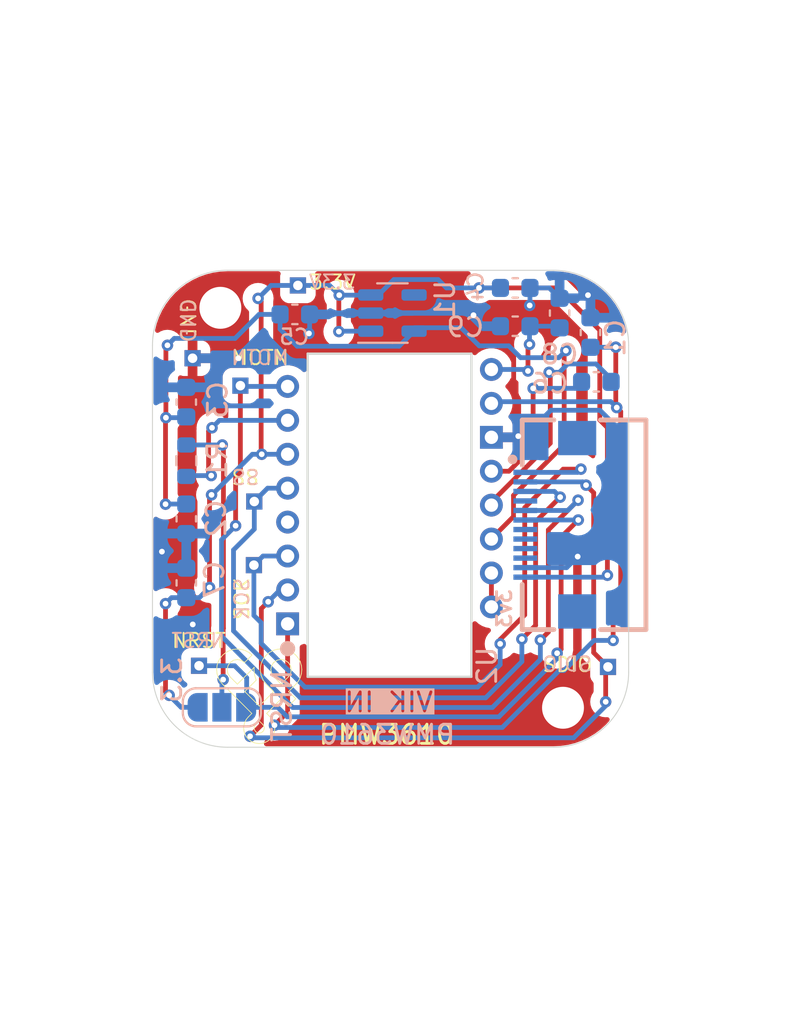
<source format=kicad_pcb>
(kicad_pcb (version 20221018) (generator pcbnew)
  (layers (0 "F.Cu" signal) (31 "B.Cu" signal) (34 "B.Paste" user) (35 "F.Paste" user) (36 "B.SilkS" user "B.Silkscreen") (37 "F.SilkS" user "F.Silkscreen") (38 "B.Mask" user) (39 "F.Mask" user) (44 "Edge.Cuts" user))
  (net 0 "")
  (net 1 "GND")
  (net 2 "Net-(U2-+VCSEL)")
  (net 3 "VDD_1V9")
  (net 4 "VDD_3.3V")
  (net 5 "Net-(U2-CN)")
  (net 6 "Net-(U2-CP)")
  (net 7 "Net-(U2-VCP)")
  (net 9 "SDIO")
  (net 10 "SCLK")
  (net 11 "MOTION")
  (net 12 "NCS")
  (net 14 "NRESET")
  (net 15 "Net-(JP1-C)")
  (net 16 "Net-(U2-NRESET)")
  (net 19 "Net-(U2--VCSEL)")
  (footprint "MountingHole:MountingHole_2.2mm_M2_ISO7380" (layer "F.Cu") (at 165.896806 109.253999 90)
    (fp_text reference "REF**" hide)
    (fp_text value "MountingHole_2.2mm_M2_ISO7380")
    (pad "" np_thru_hole circle (at 0 0 90) (size 2.2 2.2) (drill 2.2) (layers "F&B.Cu" "*.Mask"))
  )
  (footprint "local:PinHeader_1x01_P1.00mm_NoSilk" (layer "F.Cu") (at 149.668 101.77)
    (fp_text reference "J3" hide)
    (fp_text value "Conn_01x01_Socket" hide)
    (pad "1" thru_hole rect (at 0 0) (size 0.85 0.85) (drill 0.5) (layers "*.Cu" "*.Mask") (net 10 "SCLK"))
  )
  (footprint "MountingHole:MountingHole_2.2mm_M2_ISO7380" (layer "F.Cu") (at 147.906806 88.263999)
    (fp_text reference "REF**" hide)
    (fp_text value "MountingHole_2.2mm_M2_ISO7380" hide)
    (pad "" np_thru_hole circle (at 0 0) (size 2.2 2.2) (drill 2.2) (layers "F&B.Cu" "*.Mask"))
  )
  (footprint "local:PinHeader_1x01_P1.00mm_NoSilk" (layer "F.Cu") (at 168.258 107.11)
    (fp_text reference "J2" hide)
    (fp_text value "Conn_01x01_Socket" hide)
    (pad "1" thru_hole rect (at 0 0) (size 0.85 0.85) (drill 0.5) (layers "*.Cu" "*.Mask") (net 9 "SDIO"))
  )
  (footprint "local:PinHeader_1x01_P1.00mm_NoSilk" (layer "F.Cu") (at 148.958 92.35)
    (fp_text reference "J5" hide)
    (fp_text value "Conn_01x01_Socket" hide)
    (pad "1" thru_hole rect (at 0 0) (size 0.85 0.85) (drill 0.5) (layers "*.Cu" "*.Mask") (net 11 "MOTION"))
  )
  (footprint "local:PinHeader_1x01_P1.00mm_NoSilk" (layer "F.Cu") (at 146.448 90.91)
    (fp_text reference "J1" hide)
    (fp_text value "Conn_01x01_Socket" hide)
    (pad "1" thru_hole rect (at 0 0) (size 0.85 0.85) (drill 0.5) (layers "*.Cu" "*.Mask") (net 1 "GND"))
  )
  (footprint "local:PinHeader_1x01_P1.00mm_NoSilk" (layer "F.Cu") (at 146.788 107.05)
    (fp_text reference "J8" hide)
    (fp_text value "Conn_01x01_Socket" hide)
    (pad "1" thru_hole rect (at 0 0) (size 0.85 0.85) (drill 0.5) (layers "*.Cu" "*.Mask") (net 14 "NRESET"))
  )
  (footprint "local:fingerpunch-logo-small" (layer "F.Cu") (at 149.948 108.45)
    (fp_text reference "REF**")
    (fp_text value "fingerpunch-logo-small")
  )
  (footprint "local:PinHeader_1x01_P1.00mm_NoSilk" (layer "F.Cu") (at 149.688 98.43)
    (fp_text reference "J6" hide)
    (fp_text value "Conn_01x01_Socket" hide)
    (pad "1" thru_hole rect (at 0 0) (size 0.85 0.85) (drill 0.5) (layers "*.Cu" "*.Mask") (net 12 "NCS"))
  )
  (footprint "local:PinHeader_1x01_P1.00mm_NoSilk" (layer "F.Cu") (at 151.978 87.09)
    (fp_text reference "J7" hide)
    (fp_text value "Conn_01x01_Socket" hide)
    (pad "1" thru_hole rect (at 0 0) (size 0.85 0.85) (drill 0.5) (layers "*.Cu" "*.Mask") (net 4 "VDD_3.3V"))
  )
  (footprint "Package_TO_SOT_SMD:SOT-23-5" (layer "B.Cu") (at 156.9405 88.54)
    (fp_text reference "U1" (at 2.7625 -0.72 90) (layer "B.SilkS") (effects (justify mirror)))
    (fp_text value "TCR2EF19")
    (pad "1" smd roundrect (at -1.1375 0.95) (size 1.325 0.6) (layers "B.Cu" "B.Paste" "B.Mask") (net 4 "VDD_3.3V"))
    (pad "2" smd roundrect (at -1.1375 0) (size 1.325 0.6) (layers "B.Cu" "B.Paste" "B.Mask") (net 1 "GND"))
    (pad "3" smd roundrect (at -1.1375 -0.95) (size 1.325 0.6) (layers "B.Cu" "B.Paste" "B.Mask") (net 4 "VDD_3.3V"))
    (pad "4" smd roundrect (at 1.1375 -0.95) (size 1.325 0.6) (layers "B.Cu" "B.Paste" "B.Mask"))
    (pad "5" smd roundrect (at 1.1375 0.95) (size 1.325 0.6) (layers "B.Cu" "B.Paste" "B.Mask") (net 3 "VDD_1V9"))
  )
  (footprint "Capacitor_SMD:C_0603_1608Metric" (layer "B.Cu") (at 146.117194 93.212271 90)
    (fp_text reference "C3" (at 0.112271 1.650806 90) (layer "B.SilkS") (effects (justify mirror)))
    (fp_text value "4.7uF")
    (pad "1" smd roundrect (at -0.775 0 90) (size 0.9 0.95) (layers "B.Cu" "B.Paste" "B.Mask") (net 3 "VDD_1V9"))
    (pad "2" smd roundrect (at 0.775 0 90) (size 0.9 0.95) (layers "B.Cu" "B.Paste" "B.Mask") (net 1 "GND"))
  )
  (footprint "Capacitor_SMD:C_0603_1608Metric" (layer "B.Cu") (at 146.117194 99.337271 -90)
    (fp_text reference "C2" (at -0.017271 -1.570806 90) (layer "B.SilkS") (effects (justify mirror)))
    (fp_text value "4.7uF")
    (pad "1" smd roundrect (at -0.775 0 270) (size 0.9 0.95) (layers "B.Cu" "B.Paste" "B.Mask") (net 3 "VDD_1V9"))
    (pad "2" smd roundrect (at 0.775 0 270) (size 0.9 0.95) (layers "B.Cu" "B.Paste" "B.Mask") (net 1 "GND"))
  )
  (footprint "Capacitor_SMD:C_0603_1608Metric" (layer "B.Cu") (at 146.118 102.7 90)
    (fp_text reference "C7" (at 0.17 1.48 90) (layer "B.SilkS") (effects (justify mirror)))
    (fp_text value "4.7uF")
    (pad "1" smd roundrect (at -0.775 0 90) (size 0.9 0.95) (layers "B.Cu" "B.Paste" "B.Mask") (net 4 "VDD_3.3V"))
    (pad "2" smd roundrect (at 0.775 0 90) (size 0.9 0.95) (layers "B.Cu" "B.Paste" "B.Mask") (net 1 "GND"))
  )
  (footprint "local:PMW3610" (layer "B.Cu") (at 151.438 104.85)
    (fp_text reference "U2" (at 10.47 2.21 90) (layer "B.SilkS") (effects (justify mirror)))
    (fp_text value "PMW3610")
    (fp_line (start 1.05 -14.18) (end 9.65 -14.18) (stroke (width 0.12)) (layer "Edge.Cuts"))
    (fp_line (start 1.05 2.78) (end 1.05 -14.18) (stroke (width 0.12)) (layer "Edge.Cuts"))
    (fp_line (start 1.05 2.78) (end 9.65 2.78) (stroke (width 0.12)) (layer "Edge.Cuts"))
    (fp_line (start 9.65 2.78) (end 9.65 -14.18) (stroke (width 0.12)) (layer "Edge.Cuts"))
    (pad "1" thru_hole rect (at 0 0) (size 1.2 1.2) (drill 0.7) (layers "*.Cu" "*.Mask") (net 2 "Net-(U2-+VCSEL)"))
    (pad "2" thru_hole circle (at 0 -1.78) (size 1.2 1.2) (drill 0.7) (layers "*.Cu" "*.Mask") (net 9 "SDIO"))
    (pad "3" thru_hole circle (at 0 -3.56) (size 1.2 1.2) (drill 0.7) (layers "*.Cu" "*.Mask") (net 10 "SCLK"))
    (pad "4" thru_hole circle (at 0 -5.34) (size 1.2 1.2) (drill 0.7) (layers "*.Cu" "*.Mask"))
    (pad "5" thru_hole circle (at 0 -7.12) (size 1.2 1.2) (drill 0.7) (layers "*.Cu" "*.Mask") (net 12 "NCS"))
    (pad "6" thru_hole circle (at 0 -8.9) (size 1.2 1.2) (drill 0.7) (layers "*.Cu" "*.Mask") (net 4 "VDD_3.3V"))
    (pad "7" thru_hole circle (at 0 -10.68) (size 1.2 1.2) (drill 0.7) (layers "*.Cu" "*.Mask") (net 16 "Net-(U2-NRESET)"))
    (pad "8" thru_hole circle (at 0 -12.46) (size 1.2 1.2) (drill 0.7) (layers "*.Cu" "*.Mask") (net 11 "MOTION"))
    (pad "9" thru_hole circle (at 10.7 -13.35) (size 1.2 1.2) (drill 0.7) (layers "*.Cu" "*.Mask") (net 7 "Net-(U2-VCP)"))
    (pad "10" thru_hole circle (at 10.7 -11.57) (size 1.2 1.2) (drill 0.7) (layers "*.Cu" "*.Mask") (net 2 "Net-(U2-+VCSEL)"))
    (pad "11" thru_hole rect (at 10.7 -9.79) (size 1.2 1.2) (drill 0.7) (layers "*.Cu" "*.Mask") (net 1 "GND"))
    (pad "12" thru_hole circle (at 10.7 -8.01) (size 1.2 1.2) (drill 0.7) (layers "*.Cu" "*.Mask") (net 6 "Net-(U2-CP)"))
    (pad "13" thru_hole circle (at 10.7 -6.23) (size 1.2 1.2) (drill 0.7) (layers "*.Cu" "*.Mask") (net 5 "Net-(U2-CN)"))
    (pad "14" thru_hole circle (at 10.7 -4.45) (size 1.2 1.2) (drill 0.7) (layers "*.Cu" "*.Mask") (net 3 "VDD_1V9"))
    (pad "15" thru_hole circle (at 10.7 -2.67) (size 1.2 1.2) (drill 0.7) (layers "*.Cu" "*.Mask") (net 19 "Net-(U2--VCSEL)"))
    (pad "16" thru_hole circle (at 10.7 -0.89) (size 1.2 1.2) (drill 0.7) (layers "*.Cu" "*.Mask") (net 19 "Net-(U2--VCSEL)"))
  )
  (footprint "Capacitor_SMD:C_0603_1608Metric" (layer "B.Cu") (at 167.338 89.56 90)
    (fp_text reference "C1" (at -0.28 1.31 270) (layer "B.SilkS") (effects (justify mirror)))
    (fp_text value "4.7uF")
    (pad "1" smd roundrect (at -0.775 0 90) (size 0.9 0.95) (layers "B.Cu" "B.Paste" "B.Mask") (net 2 "Net-(U2-+VCSEL)"))
    (pad "2" smd roundrect (at 0.775 0 90) (size 0.9 0.95) (layers "B.Cu" "B.Paste" "B.Mask") (net 1 "GND"))
  )
  (footprint "Capacitor_SMD:C_0603_1608Metric" (layer "B.Cu") (at 165.718 88.54 90)
    (fp_text reference "C8" (at -2.17 0 180) (layer "B.SilkS") (effects (justify mirror)))
    (fp_text value "4.7uF")
    (pad "1" smd roundrect (at -0.775 0 90) (size 0.9 0.95) (layers "B.Cu" "B.Paste" "B.Mask") (net 7 "Net-(U2-VCP)"))
    (pad "2" smd roundrect (at 0.775 0 90) (size 0.9 0.95) (layers "B.Cu" "B.Paste" "B.Mask") (net 1 "GND"))
  )
  (footprint "vik:vik-module-connector-horizontal" (layer "B.Cu") (at 165.956 99.65 -90)
    (fp_text reference "J4" hide)
    (fp_text value "~")
    (fp_text user "3v3" (at 3.3 2.7 90 unlocked) (layer "B.SilkS") (effects (font (size 0.75 0.75)) (justify left bottom mirror)))
    (fp_text user "VIK IN" (at 9.9 6.8 unlocked) (layer "B.SilkS" knockout) (effects (justify left bottom mirror)))
    (pad "1" smd rect (at -2.75 2.038 270) (size 0.28 1.25) (layers "B.Cu" "B.Paste" "B.Mask") (net 10 "SCLK"))
    (pad "2" smd rect (at -2.25 2.038 270) (size 0.28 1.25) (layers "B.Cu" "B.Paste" "B.Mask") (net 9 "SDIO"))
    (pad "3" smd rect (at -1.75 2.038 270) (size 0.28 1.25) (layers "B.Cu" "B.Paste" "B.Mask") (net 12 "NCS"))
    (pad "4" smd rect (at -1.25 2.038 270) (size 0.28 1.25) (layers "B.Cu" "B.Paste" "B.Mask"))
    (pad "5" smd rect (at -0.75 2.038 270) (size 0.28 1.25) (layers "B.Cu" "B.Paste" "B.Mask") (net 11 "MOTION"))
    (pad "6" smd rect (at -0.25 2.038 270) (size 0.28 1.25) (layers "B.Cu" "B.Paste" "B.Mask") (net 14 "NRESET"))
    (pad "7" smd rect (at 0.25 2.038 270) (size 0.28 1.25) (layers "B.Cu" "B.Paste" "B.Mask"))
    (pad "8" smd rect (at 0.75 2.038 270) (size 0.28 1.25) (layers "B.Cu" "B.Paste" "B.Mask"))
    (pad "9" smd rect (at 1.25 2.038 270) (size 0.28 1.25) (layers "B.Cu" "B.Paste" "B.Mask"))
    (pad "10" smd rect (at 1.75 2.038 270) (size 0.28 1.25) (layers "B.Cu" "B.Paste" "B.Mask"))
    (pad "11" smd rect (at 2.25 2.038 270) (size 0.28 1.25) (layers "B.Cu" "B.Paste" "B.Mask") (net 1 "GND"))
    (pad "12" smd rect (at 2.75 2.038 270) (size 0.28 1.25) (layers "B.Cu" "B.Paste" "B.Mask") (net 4 "VDD_3.3V"))
    (pad "13" smd rect (at 4.55 -0.686 270) (size 1.8 2) (layers "B.Cu" "B.Paste" "B.Mask"))
    (pad "14" smd rect (at -4.55 -0.686 270) (size 1.8 2) (layers "B.Cu" "B.Paste" "B.Mask"))
  )
  (footprint "Capacitor_SMD:C_0603_1608Metric" (layer "B.Cu") (at 163.388 87.22 180)
    (fp_text reference "C4" (at 2.08 0.07 90) (layer "B.SilkS") (effects (font (size 0.8 0.8) (thickness 0.13)) (justify mirror)))
    (fp_text value "0.1u" hide)
    (pad "1" smd roundrect (at -0.775 0 180) (size 0.9 0.95) (layers "B.Cu" "B.Paste" "B.Mask") (net 1 "GND"))
    (pad "2" smd roundrect (at 0.775 0 180) (size 0.9 0.95) (layers "B.Cu" "B.Paste" "B.Mask") (net 4 "VDD_3.3V"))
  )
  (footprint "Capacitor_SMD:C_0603_1608Metric" (layer "B.Cu") (at 167.648 92.15 180)
    (fp_text reference "C6" (at 2.45 -0.09) (layer "B.SilkS") (effects (justify mirror)))
    (fp_text value "4.7uF")
    (pad "1" smd roundrect (at -0.775 0 180) (size 0.9 0.95) (layers "B.Cu" "B.Paste" "B.Mask") (net 5 "Net-(U2-CN)"))
    (pad "2" smd roundrect (at 0.775 0 180) (size 0.9 0.95) (layers "B.Cu" "B.Paste" "B.Mask") (net 6 "Net-(U2-CP)"))
  )
  (footprint "Capacitor_SMD:C_0603_1608Metric" (layer "B.Cu") (at 163.388 89.23 180)
    (fp_text reference "C9" (at 2.62 -0.05 180) (layer "B.SilkS") (effects (justify mirror)))
    (fp_text value "4.7uF")
    (pad "1" smd roundrect (at -0.775 0 180) (size 0.9 0.95) (layers "B.Cu" "B.Paste" "B.Mask") (net 7 "Net-(U2-VCP)"))
    (pad "2" smd roundrect (at 0.775 0 180) (size 0.9 0.95) (layers "B.Cu" "B.Paste" "B.Mask") (net 1 "GND"))
  )
  (footprint "Jumper:SolderJumper-3_P1.3mm_Open_RoundedPad1.0x1.5mm_NumberLabels" (layer "B.Cu") (at 147.988 109.23 180)
    (fp_text reference "JP1" hide)
    (fp_text value "SolderJumper_3_Open")
    (fp_text user "3.3" (at 2.62 1.44 90) (layer "B.SilkS") (effects (justify mirror)))
    (fp_text user "NRST" (at -3.15 0.07 90) (layer "B.SilkS") (effects (justify mirror)))
    (pad "1" smd custom (at -1.3 0 180) (size 1 0.5) (layers "B.Cu" "B.Mask") (net 14 "NRESET") (options (clearance outline) (anchor rect)) (primitives (gr_circle (center 0 -0.25) (end 0.5 -0.25) (width 0) (fill yes)) (gr_circle (center 0 0.25) (end 0.5 0.25) (width 0) (fill yes)) (gr_poly (pts (xy 0.55 -0.75) (xy 0 -0.75) (xy 0 0.75) (xy 0.55 0.75)) (width 0) (fill yes))))
    (pad "2" smd rect (at 0 0 180) (size 1 1.5) (layers "B.Cu" "B.Mask") (net 15 "Net-(JP1-C)"))
    (pad "3" smd custom (at 1.3 0 180) (size 1 0.5) (layers "B.Cu" "B.Mask") (net 4 "VDD_3.3V") (options (clearance outline) (anchor rect)) (primitives (gr_circle (center 0 -0.25) (end 0.5 -0.25) (width 0) (fill yes)) (gr_circle (center 0 0.25) (end 0.5 0.25) (width 0) (fill yes)) (gr_poly (pts (xy 0 -0.75) (xy -0.55 -0.75) (xy -0.55 0.75) (xy 0 0.75)) (width 0) (fill yes))))
  )
  (footprint "Resistor_SMD:R_0603_1608Metric" (layer "B.Cu") (at 146.117194 96.287271 90)
    (fp_text reference "R1" (at 0.027271 1.620806 90) (layer "B.SilkS") (effects (justify mirror)))
    (fp_text value "2M" hide)
    (pad "1" smd roundrect (at -0.825 0 90) (size 0.8 0.95) (layers "B.Cu" "B.Paste" "B.Mask") (net 16 "Net-(U2-NRESET)"))
    (pad "2" smd roundrect (at 0.825 0 90) (size 0.8 0.95) (layers "B.Cu" "B.Paste" "B.Mask") (net 15 "Net-(JP1-C)"))
  )
  (footprint "Capacitor_SMD:C_0603_1608Metric" (layer "B.Cu") (at 151.818 88.61)
    (fp_text reference "C5" (at -0.03 1.18) (layer "B.SilkS") (effects (font (size 0.8 0.8) (thickness 0.13)) (justify mirror)))
    (fp_text value "1u" hide)
    (pad "1" smd roundrect (at -0.775 0) (size 0.9 0.95) (layers "B.Cu" "B.Paste" "B.Mask") (net 3 "VDD_1V9"))
    (pad "2" smd roundrect (at 0.775 0) (size 0.9 0.95) (layers "B.Cu" "B.Paste" "B.Mask") (net 1 "GND"))
  )
  (gr_line (start 148.283 111.324271) (end 165.403 111.324271) (stroke (width 0.05)) (layer "Edge.Cuts"))
  (gr_line (start 165.403 86.294271) (end 148.283 86.294271) (stroke (width 0.05)) (layer "Edge.Cuts"))
  (gr_arc (start 144.343 90.234271) (mid 145.497 87.448271) (end 148.283 86.294271) (stroke (width 0.05)) (layer "Edge.Cuts"))
  (gr_arc (start 148.283 111.324271) (mid 145.497008 110.170263) (end 144.343 107.384271) (stroke (width 0.05)) (layer "Edge.Cuts"))
  (gr_line (start 144.343 90.234271) (end 144.343 107.384271) (stroke (width 0.05)) (layer "Edge.Cuts"))
  (gr_arc (start 169.343 107.384271) (mid 168.189014 110.170285) (end 165.403 111.324271) (stroke (width 0.05)) (layer "Edge.Cuts"))
  (gr_arc (start 165.403 86.294271) (mid 168.18901 87.448261) (end 169.343 90.234271) (stroke (width 0.05)) (layer "Edge.Cuts"))
  (gr_line (start 169.343 107.384271) (end 169.343 90.234271) (stroke (width 0.05)) (layer "Edge.Cuts"))
  (gr_text "SCK" (at 149.038 103.552 90) (layer "B.SilkS") (effects (font (size 0.75 0.75) (thickness 0.1)) (justify mirror)))
  (gr_text "SS" (at 149.24 97.11 180) (layer "B.SilkS") (effects (font (size 0.75 0.75) (thickness 0.1)) (justify mirror)))
  (gr_text "SDIO" (at 166.118 106.96) (layer "B.SilkS") (effects (font (size 0.75 0.75) (thickness 0.1)) (justify mirror)))
  (gr_text "NRST" (at 146.748 105.73) (layer "B.SilkS") (effects (font (size 0.75 0.75) (thickness 0.1)) (justify mirror)))
  (gr_text "MOTN" (at 149.976 90.88) (layer "B.SilkS") (effects (font (size 0.75 0.75) (thickness 0.1)) (justify mirror)))
  (gr_text "GND" (at 146.168 88.94 -90) (layer "B.SilkS") (effects (font (size 0.75 0.75) (thickness 0.1)) (justify mirror)))
  (gr_text "3.3V" (at 153.776 86.92) (layer "B.SilkS") (effects (font (size 0.75 0.75) (thickness 0.1)) (justify mirror)))
  (gr_text "PMW3610" (at 160.328 111.25) (layer "B.SilkS") (effects (font (size 1 1)) (justify left bottom mirror)))
  (gr_text "NRST" (at 146.778 105.73) (layer "F.SilkS") (effects (font (size 0.75 0.75) (thickness 0.1))))
  (gr_text "GND" (at 146.188 88.92 -90) (layer "F.SilkS") (effects (font (size 0.75 0.75) (thickness 0.1))))
  (gr_text "SCK" (at 149.038 103.53 90) (layer "F.SilkS") (effects (font (size 0.75 0.75) (thickness 0.1))))
  (gr_text "SS" (at 149.218 97.11 180) (layer "F.SilkS") (effects (font (size 0.75 0.75) (thickness 0.1))))
  (gr_text "PMW3610" (at 152.988 111.25) (layer "F.SilkS") (effects (font (size 1 1)) (justify left bottom)))
  (gr_text "3.3V" (at 153.798 86.92) (layer "F.SilkS") (effects (font (size 0.75 0.75) (thickness 0.1))))
  (gr_text "SDIO" (at 166.128 106.99) (layer "F.SilkS") (effects (font (size 0.75 0.75) (thickness 0.1))))
  (gr_text "MOTN" (at 149.998 90.88) (layer "F.SilkS") (effects (font (size 0.75 0.75) (thickness 0.1))))
  (segment (start 163.308 92.08) (end 163.308 90.76) (width 0.25) (layer "F.Cu") (net 1))
  (segment (start 162.138 95.06) (end 163.488 95.06) (width 0.25) (layer "F.Cu") (net 1))
  (segment (start 163.308 90.76) (end 161.198 88.65) (width 0.25) (layer "F.Cu") (net 1))
  (segment (start 163.433 94.885) (end 163.433 92.205) (width 0.25) (layer "F.Cu") (net 1))
  (segment (start 163.433 92.205) (end 163.308 92.08) (width 0.25) (layer "F.Cu") (net 1))
  (segment (start 163.548 95) (end 163.433 94.885) (width 0.25) (layer "F.Cu") (net 1))
  (segment (start 163.488 95.06) (end 163.548 95) (width 0.25) (layer "F.Cu") (net 1))
  (via (at 144.838 101.06) (size 0.6) (drill 0.3) (layers "F.Cu" "B.Cu") (net 1))
  (via (at 166.668 101.32) (size 0.6) (drill 0.3) (layers "F.Cu" "B.Cu") (net 1))
  (via (at 167.208 87.6) (size 0.6) (drill 0.3) (layers "F.Cu" "B.Cu") (net 1))
  (via (at 148.848 90.91) (size 0.6) (drill 0.3) (layers "F.Cu" "B.Cu") (net 1))
  (via (at 152.558 89.61) (size 0.6) (drill 0.3) (layers "F.Cu" "B.Cu") (net 1))
  (via (at 164.148 88.14) (size 0.6) (drill 0.3) (layers "F.Cu" "B.Cu") (net 1))
  (via (at 146.458 104.88) (size 0.6) (drill 0.3) (layers "F.Cu" "B.Cu") (net 1))
  (via (at 163.548 95) (size 0.6) (drill 0.3) (layers "F.Cu" "B.Cu") (net 1))
  (via (at 161.198 88.65) (size 0.6) (drill 0.3) (layers "F.Cu" "B.Cu") (net 1))
  (segment (start 152.593 88.61) (end 152.593 89.575) (width 0.25) (layer "B.Cu") (net 1))
  (segment (start 167.043 87.765) (end 167.208 87.6) (width 0.25) (layer "B.Cu") (net 1))
  (segment (start 166.088 101.9) (end 163.918 101.9) (width 0.25) (layer "B.Cu") (net 1))
  (segment (start 167.338 87.73) (end 167.208 87.6) (width 0.25) (layer "B.Cu") (net 1))
  (segment (start 164.163 87.22) (end 165.173 87.22) (width 0.25) (layer "B.Cu") (net 1))
  (segment (start 166.668 101.32) (end 166.088 101.9) (width 0.25) (layer "B.Cu") (net 1))
  (segment (start 166.708 93.64) (end 167.838 93.64) (width 0.25) (layer "B.Cu") (net 1))
  (segment (start 167.338 88.785) (end 167.338 87.73) (width 0.25) (layer "B.Cu") (net 1))
  (segment (start 162.613 89.23) (end 161.778 89.23) (width 0.25) (layer "B.Cu") (net 1))
  (segment (start 155.803 88.54) (end 161.088 88.54) (width 0.25) (layer "B.Cu") (net 1))
  (segment (start 167.838 93.64) (end 168.118 93.92) (width 0.25) (layer "B.Cu") (net 1))
  (segment (start 164.163 87.22) (end 164.163 88.125) (width 0.25) (layer "B.Cu") (net 1))
  (segment (start 163.548 95) (end 163.898 95) (width 0.25) (layer "B.Cu") (net 1))
  (segment (start 163.898 95) (end 164.628 94.27) (width 0.25) (layer "B.Cu") (net 1))
  (segment (start 165.718 87.765) (end 167.043 87.765) (width 0.25) (layer "B.Cu") (net 1))
  (segment (start 165.173 87.22) (end 165.718 87.765) (width 0.25) (layer "B.Cu") (net 1))
  (segment (start 164.628 94.27) (end 165.258 93.64) (width 0.25) (layer "B.Cu") (net 1))
  (segment (start 161.088 88.54) (end 161.198 88.65) (width 0.25) (layer "B.Cu") (net 1))
  (segment (start 161.778 89.23) (end 161.198 88.65) (width 0.25) (layer "B.Cu") (net 1))
  (segment (start 168.118 93.92) (end 168.538 94.34) (width 0.25) (layer "B.Cu") (net 1))
  (segment (start 152.593 89.575) (end 152.558 89.61) (width 0.25) (layer "B.Cu") (net 1))
  (segment (start 164.163 88.125) (end 164.148 88.14) (width 0.25) (layer "B.Cu") (net 1))
  (segment (start 168.538 94.34) (end 168.538 95.11) (width 0.25) (layer "B.Cu") (net 1))
  (segment (start 165.258 93.64) (end 166.708 93.64) (width 0.25) (layer "B.Cu") (net 1))
  (segment (start 168.528 105.72) (end 168.528 103.41) (width 0.25) (layer "F.Cu") (net 2))
  (segment (start 151.438 109.48) (end 151.438 104.85) (width 0.25) (layer "F.Cu") (net 2))
  (segment (start 150.748 110.17) (end 151.438 109.48) (width 0.25) (layer "F.Cu") (net 2))
  (segment (start 168.668 90.33) (end 168.668 93.45) (width 0.25) (layer "F.Cu") (net 2))
  (segment (start 168.668 93.45) (end 168.718 93.5) (width 0.25) (layer "F.Cu") (net 2))
  (segment (start 168.528 103.41) (end 168.928 103.01) (width 0.25) (layer "F.Cu") (net 2))
  (segment (start 168.928 93.71) (end 168.928 103.01) (width 0.25) (layer "F.Cu") (net 2))
  (segment (start 168.718 93.5) (end 168.928 93.71) (width 0.25) (layer "F.Cu") (net 2))
  (via (at 168.668 90.33) (size 0.6) (drill 0.3) (layers "F.Cu" "B.Cu") (net 2))
  (via (at 150.748 110.17) (size 0.6) (drill 0.3) (layers "F.Cu" "B.Cu") (net 2))
  (via (at 168.528 105.72) (size 0.6) (drill 0.3) (layers "F.Cu" "B.Cu") (net 2))
  (via (at 168.718 93.5) (size 0.6) (drill 0.3) (layers "F.Cu" "B.Cu") (net 2))
  (segment (start 166.918 106.33) (end 167.528 105.72) (width 0.25) (layer "B.Cu") (net 2))
  (segment (start 150.748 110.17) (end 150.868 110.29) (width 0.25) (layer "B.Cu") (net 2))
  (segment (start 168.408 93.19) (end 168.718 93.5) (width 0.25) (layer "B.Cu") (net 2))
  (segment (start 167.338 90.335) (end 168.663 90.335) (width 0.25) (layer "B.Cu") (net 2))
  (segment (start 150.868 110.29) (end 162.708 110.29) (width 0.25) (layer "B.Cu") (net 2))
  (segment (start 162.228 93.19) (end 168.408 93.19) (width 0.25) (layer "B.Cu") (net 2))
  (segment (start 165.698 107.3) (end 165.948 107.3) (width 0.25) (layer "B.Cu") (net 2))
  (segment (start 168.663 90.335) (end 168.668 90.33) (width 0.25) (layer "B.Cu") (net 2))
  (segment (start 162.708 110.29) (end 165.698 107.3) (width 0.25) (layer "B.Cu") (net 2))
  (segment (start 162.138 93.28) (end 162.228 93.19) (width 0.25) (layer "B.Cu") (net 2))
  (segment (start 165.948 107.3) (end 166.918 106.33) (width 0.25) (layer "B.Cu") (net 2))
  (segment (start 167.528 105.72) (end 168.528 105.72) (width 0.25) (layer "B.Cu") (net 2))
  (segment (start 162.138 100.38) (end 162.138 100.4) (width 0.25) (layer "F.Cu") (net 3))
  (segment (start 165.958 95.45) (end 163.298 98.11) (width 0.25) (layer "F.Cu") (net 3))
  (segment (start 163.298 98.11) (end 163.298 99.22) (width 0.25) (layer "F.Cu") (net 3))
  (segment (start 145.048 94.03) (end 145.048 90.31) (width 0.25) (layer "F.Cu") (net 3))
  (segment (start 145.048 90.31) (end 145.128 90.23) (width 0.25) (layer "F.Cu") (net 3))
  (segment (start 165.958 90.6) (end 165.958 95.45) (width 0.25) (layer "F.Cu") (net 3))
  (segment (start 163.298 99.22) (end 162.138 100.38) (width 0.25) (layer "F.Cu") (net 3))
  (segment (start 145.028 94.05) (end 145.048 94.03) (width 0.25) (layer "F.Cu") (net 3))
  (segment (start 166.048 90.51) (end 165.958 90.6) (width 0.25) (layer "F.Cu") (net 3))
  (segment (start 145.028 98.57) (end 145.028 94.05) (width 0.25) (layer "F.Cu") (net 3))
  (via (at 145.128 90.23) (size 0.6) (drill 0.3) (layers "F.Cu" "B.Cu") (net 3))
  (via (at 166.048 90.51) (size 0.6) (drill 0.3) (layers "F.Cu" "B.Cu") (net 3))
  (via (at 145.048 94.03) (size 0.6) (drill 0.3) (layers "F.Cu" "B.Cu") (net 3))
  (via (at 145.028 98.57) (size 0.6) (drill 0.3) (layers "F.Cu" "B.Cu") (net 3))
  (segment (start 166.048 90.51) (end 165.678 90.88) (width 0.25) (layer "B.Cu") (net 3))
  (segment (start 163.668 90.88) (end 163.048 90.26) (width 0.25) (layer "B.Cu") (net 3))
  (segment (start 145.035729 98.562271) (end 145.028 98.57) (width 0.25) (layer "B.Cu") (net 3))
  (segment (start 145.048 94.03) (end 146.074465 94.03) (width 0.25) (layer "B.Cu") (net 3))
  (segment (start 151.938 90.28) (end 151.043 89.385) (width 0.25) (layer "B.Cu") (net 3))
  (segment (start 145.488 89.87) (end 145.128 90.23) (width 0.25) (layer "B.Cu") (net 3))
  (segment (start 157.288 90.28) (end 151.938 90.28) (width 0.25) (layer "B.Cu") (net 3))
  (segment (start 149.938 88.61) (end 148.678 89.87) (width 0.25) (layer "B.Cu") (net 3))
  (segment (start 148.678 89.87) (end 145.488 89.87) (width 0.25) (layer "B.Cu") (net 3))
  (segment (start 151.043 89.385) (end 151.043 88.61) (width 0.25) (layer "B.Cu") (net 3))
  (segment (start 151.043 88.61) (end 149.938 88.61) (width 0.25) (layer "B.Cu") (net 3))
  (segment (start 165.678 90.88) (end 163.668 90.88) (width 0.25) (layer "B.Cu") (net 3))
  (segment (start 146.074465 94.03) (end 146.117194 93.987271) (width 0.25) (layer "B.Cu") (net 3))
  (segment (start 163.048 90.26) (end 161.498 90.26) (width 0.25) (layer "B.Cu") (net 3))
  (segment (start 160.548 89.31) (end 158.098 89.31) (width 0.25) (layer "B.Cu") (net 3))
  (segment (start 146.117194 98.562271) (end 145.035729 98.562271) (width 0.25) (layer "B.Cu") (net 3))
  (segment (start 161.498 90.26) (end 160.548 89.31) (width 0.25) (layer "B.Cu") (net 3))
  (segment (start 158.078 89.49) (end 157.288 90.28) (width 0.25) (layer "B.Cu") (net 3))
  (segment (start 145.028 108.41) (end 145.028 103.79) (width 0.25) (layer "F.Cu") (net 4))
  (segment (start 147.338 98.1855) (end 147.338 102.94) (width 0.25) (layer "F.Cu") (net 4))
  (segment (start 167.828 89.44) (end 165.608 87.22) (width 0.25) (layer "F.Cu") (net 4))
  (segment (start 154.128 89.51) (end 154.128 87.62) (width 0.25) (layer "F.Cu") (net 4))
  (segment (start 168.228 94.55) (end 167.828 94.15) (width 0.25) (layer "F.Cu") (net 4))
  (segment (start 154.128 87.62) (end 154.148 87.6) (width 0.25) (layer "F.Cu") (net 4))
  (segment (start 168.228 102.3) (end 168.228 94.55) (width 0.25) (layer "F.Cu") (net 4))
  (segment (start 150.048 95.92) (end 150.078 95.95) (width 0.25) (layer "F.Cu") (net 4))
  (segment (start 145.218 108.6) (end 145.028 108.41) (width 0.25) (layer "F.Cu") (net 4))
  (segment (start 147.4435 98.08) (end 147.338 98.1855) (width 0.25) (layer "F.Cu") (net 4))
  (segment (start 150.048 87.93) (end 150.048 95.92) (width 0.25) (layer "F.Cu") (net 4))
  (segment (start 149.888 87.77) (end 150.048 87.93) (width 0.25) (layer "F.Cu") (net 4))
  (segment (start 167.828 94.15) (end 167.828 89.44) (width 0.25) (layer "F.Cu") (net 4))
  (segment (start 165.608 87.22) (end 161.488 87.22) (width 0.25) (layer "F.Cu") (net 4))
  (via (at 161.488 87.22) (size 0.6) (drill 0.3) (layers "F.Cu" "B.Cu") (net 4))
  (via (at 147.338 102.94) (size 0.6) (drill 0.3) (layers "F.Cu" "B.Cu") (net 4))
  (via (at 168.228 102.3) (size 0.6) (drill 0.3) (layers "F.Cu" "B.Cu") (net 4))
  (via (at 154.148 87.6) (size 0.6) (drill 0.3) (layers "F.Cu" "B.Cu") (net 4))
  (via (at 149.888 87.77) (size 0.6) (drill 0.3) (layers "F.Cu" "B.Cu") (net 4))
  (via (at 154.128 89.51) (size 0.6) (drill 0.3) (layers "F.Cu" "B.Cu") (net 4))
  (via (at 147.4435 98.08) (size 0.6) (drill 0.3) (layers "F.Cu" "B.Cu") (net 4))
  (via (at 145.028 103.79) (size 0.6) (drill 0.3) (layers "F.Cu" "B.Cu") (net 4))
  (via (at 145.218 108.6) (size 0.6) (drill 0.3) (layers "F.Cu" "B.Cu") (net 4))
  (via (at 150.078 95.95) (size 0.6) (drill 0.3) (layers "F.Cu" "B.Cu") (net 4))
  (segment (start 147.338 102.94) (end 146.803 103.475) (width 0.25) (layer "B.Cu") (net 4))
  (segment (start 154.148 87.6) (end 155.793 87.6) (width 0.25) (layer "B.Cu") (net 4))
  (segment (start 154.148 87.6) (end 153.638 87.09) (width 0.25) (layer "B.Cu") (net 4))
  (segment (start 147.458 98.08) (end 147.4435 98.08) (width 0.25) (layer "B.Cu") (net 4))
  (segment (start 150.078 95.95) (end 149.588 95.95) (width 0.25) (layer "B.Cu") (net 4))
  (segment (start 153.638 87.09) (end 151.978 87.09) (width 0.25) (layer "B.Cu") (net 4))
  (segment (start 145.848 109.23) (end 145.218 108.6) (width 0.25) (layer "B.Cu") (net 4))
  (segment (start 168.128 102.4) (end 168.228 102.3) (width 0.25) (layer "B.Cu") (net 4))
  (segment (start 151.438 95.95) (end 150.078 95.95) (width 0.25) (layer "B.Cu") (net 4))
  (segment (start 149.888 87.77) (end 150.568 87.09) (width 0.25) (layer "B.Cu") (net 4))
  (segment (start 149.588 95.95) (end 149.118 96.42) (width 0.25) (layer "B.Cu") (net 4))
  (segment (start 159.778 87.22) (end 159.338 86.78) (width 0.25) (layer "B.Cu") (net 4))
  (segment (start 161.488 87.22) (end 159.778 87.22) (width 0.25) (layer "B.Cu") (net 4))
  (segment (start 146.688 109.23) (end 145.848 109.23) (width 0.25) (layer "B.Cu") (net 4))
  (segment (start 162.613 87.22) (end 161.488 87.22) (width 0.25) (layer "B.Cu") (net 4))
  (segment (start 145.343 103.475) (end 145.028 103.79) (width 0.25) (layer "B.Cu") (net 4))
  (segment (start 155.803 89.49) (end 154.148 89.49) (width 0.25) (layer "B.Cu") (net 4))
  (segment (start 149.118 96.42) (end 147.458 98.08) (width 0.25) (layer "B.Cu") (net 4))
  (segment (start 157.018 86.78) (end 156.208 87.59) (width 0.25) (layer "B.Cu") (net 4))
  (segment (start 163.918 102.4) (end 168.128 102.4) (width 0.25) (layer "B.Cu") (net 4))
  (segment (start 159.338 86.78) (end 157.018 86.78) (width 0.25) (layer "B.Cu") (net 4))
  (segment (start 154.148 89.49) (end 154.128 89.51) (width 0.25) (layer "B.Cu") (net 4))
  (segment (start 150.568 87.09) (end 151.978 87.09) (width 0.25) (layer "B.Cu") (net 4))
  (segment (start 155.793 87.6) (end 155.803 87.59) (width 0.25) (layer "B.Cu") (net 4))
  (segment (start 156.208 87.59) (end 155.803 87.59) (width 0.25) (layer "B.Cu") (net 4))
  (segment (start 146.118 103.475) (end 145.343 103.475) (width 0.25) (layer "B.Cu") (net 4))
  (segment (start 146.803 103.475) (end 146.118 103.475) (width 0.25) (layer "B.Cu") (net 4))
  (segment (start 162.138 98.46) (end 165.228 95.37) (width 0.25) (layer "F.Cu") (net 5))
  (segment (start 165.228 91.71) (end 165.168 91.65) (width 0.25) (layer "F.Cu") (net 5))
  (segment (start 165.228 95.37) (end 165.228 91.71) (width 0.25) (layer "F.Cu") (net 5))
  (segment (start 162.138 98.62) (end 162.138 98.46) (width 0.25) (layer "F.Cu") (net 5))
  (via (at 165.168 91.65) (size 0.6) (drill 0.3) (layers "F.Cu" "B.Cu") (net 5))
  (segment (start 167.628 91.21) (end 168.423 92.005) (width 0.25) (layer "B.Cu") (net 5))
  (segment (start 165.708 91.65) (end 166.148 91.21) (width 0.25) (layer "B.Cu") (net 5))
  (segment (start 168.423 92.005) (end 168.423 92.15) (width 0.25) (layer "B.Cu") (net 5))
  (segment (start 165.168 91.65) (end 165.708 91.65) (width 0.25) (layer "B.Cu") (net 5))
  (segment (start 166.148 91.21) (end 167.628 91.21) (width 0.25) (layer "B.Cu") (net 5))
  (segment (start 164.328 95.57) (end 163.058 96.84) (width 0.25) (layer "F.Cu") (net 6))
  (segment (start 164.328 92.49) (end 164.328 95.57) (width 0.25) (layer "F.Cu") (net 6))
  (segment (start 163.058 96.84) (end 162.138 96.84) (width 0.25) (layer "F.Cu") (net 6))
  (via (at 164.328 92.49) (size 0.6) (drill 0.3) (layers "F.Cu" "B.Cu") (net 6))
  (segment (start 166.533 92.49) (end 166.873 92.15) (width 0.25) (layer "B.Cu") (net 6))
  (segment (start 164.328 92.49) (end 166.533 92.49) (width 0.25) (layer "B.Cu") (net 6))
  (segment (start 164.058 90.26) (end 164.138 90.18) (width 0.25) (layer "F.Cu") (net 7))
  (segment (start 164.058 91.58) (end 164.058 90.26) (width 0.25) (layer "F.Cu") (net 7))
  (via (at 164.058 91.58) (size 0.6) (drill 0.3) (layers "F.Cu" "B.Cu") (net 7))
  (via (at 164.138 90.18) (size 0.6) (drill 0.3) (layers "F.Cu" "B.Cu") (net 7))
  (segment (start 163.978 91.5) (end 164.058 91.58) (width 0.25) (layer "B.Cu") (net 7))
  (segment (start 164.138 90.18) (end 164.138 89.255) (width 0.25) (layer "B.Cu") (net 7))
  (segment (start 164.138 89.255) (end 164.163 89.23) (width 0.25) (layer "B.Cu") (net 7))
  (segment (start 162.138 91.5) (end 163.978 91.5) (width 0.25) (layer "B.Cu") (net 7))
  (segment (start 165.633 89.23) (end 165.718 89.315) (width 0.25) (layer "B.Cu") (net 7))
  (segment (start 164.163 89.23) (end 165.633 89.23) (width 0.25) (layer "B.Cu") (net 7))
  (segment (start 168.138 108.94) (end 168.138 107.23) (width 0.25) (layer "F.Cu") (net 9))
  (segment (start 150.418 103.69) (end 150.058 104.05) (width 0.25) (layer "F.Cu") (net 9))
  (segment (start 167.108 97.57) (end 167.508 97.97) (width 0.25) (layer "F.Cu") (net 9))
  (segment (start 167.508 106.36) (end 167.508 97.97) (width 0.25) (layer "F.Cu") (net 9))
  (segment (start 168.258 107.11) (end 167.508 106.36) (width 0.25) (layer "F.Cu") (net 9))
  (segment (start 168.138 107.23) (end 168.258 107.11) (width 0.25) (layer "F.Cu") (net 9))
  (segment (start 150.058 110.16) (end 149.468 110.75) (width 0.25) (layer "F.Cu") (net 9))
  (segment (start 150.058 104.05) (end 150.058 110.16) (width 0.25) (layer "F.Cu") (net 9))
  (via (at 167.108 97.57) (size 0.6) (drill 0.3) (layers "F.Cu" "B.Cu") (net 9))
  (via (at 150.418 103.69) (size 0.6) (drill 0.3) (layers "F.Cu" "B.Cu") (net 9))
  (via (at 168.138 108.94) (size 0.6) (drill 0.3) (layers "F.Cu" "B.Cu") (net 9))
  (via (at 149.468 110.75) (size 0.6) (drill 0.3) (layers "F.Cu" "B.Cu") (net 9))
  (segment (start 149.548 110.83) (end 166.458 110.83) (width 0.25) (layer "B.Cu") (net 9))
  (segment (start 167.108 97.57) (end 166.938 97.4) (width 0.25) (layer "B.Cu") (net 9))
  (segment (start 150.418 103.69) (end 151.038 103.07) (width 0.25) (layer "B.Cu") (net 9))
  (segment (start 151.038 103.07) (end 151.438 103.07) (width 0.25) (layer "B.Cu") (net 9))
  (segment (start 166.938 97.4) (end 163.918 97.4) (width 0.25) (layer "B.Cu") (net 9))
  (segment (start 168.138 109.15) (end 168.138 108.94) (width 0.25) (layer "B.Cu") (net 9))
  (segment (start 166.458 110.83) (end 168.138 109.15) (width 0.25) (layer "B.Cu") (net 9))
  (segment (start 149.468 110.75) (end 149.548 110.83) (width 0.25) (layer "B.Cu") (net 9))
  (segment (start 163.888 99.57) (end 163.888 104.38) (width 0.25) (layer "F.Cu") (net 10))
  (segment (start 163.888 98.75) (end 163.888 99.57) (width 0.25) (layer "F.Cu") (net 10))
  (segment (start 165.908 96.73) (end 164.428 98.21) (width 0.25) (layer "F.Cu") (net 10))
  (segment (start 163.308 104.96) (end 162.598 105.67) (width 0.25) (layer "F.Cu") (net 10))
  (segment (start 164.428 98.21) (end 163.888 98.75) (width 0.25) (layer "F.Cu") (net 10))
  (segment (start 163.888 104.38) (end 163.308 104.96) (width 0.25) (layer "F.Cu") (net 10))
  (segment (start 166.838 96.73) (end 165.908 96.73) (width 0.25) (layer "F.Cu") (net 10))
  (segment (start 162.598 105.67) (end 162.598 105.9) (width 0.25) (layer "F.Cu") (net 10))
  (via (at 162.598 105.9) (size 0.6) (drill 0.3) (layers "F.Cu" "B.Cu") (net 10))
  (via (at 166.838 96.73) (size 0.6) (drill 0.3) (layers "F.Cu" "B.Cu") (net 10))
  (segment (start 150.048 105.87) (end 150.048 104.79) (width 0.25) (layer "B.Cu") (net 10))
  (segment (start 162.598 106.99) (end 161.418 108.17) (width 0.25) (layer "B.Cu") (net 10))
  (segment (start 149.668 104.41) (end 150.048 104.79) (width 0.25) (layer "B.Cu") (net 10))
  (segment (start 166.668 96.9) (end 166.838 96.73) (width 0.25) (layer "B.Cu") (net 10))
  (segment (start 162.598 105.9) (end 162.598 106.99) (width 0.25) (layer "B.Cu") (net 10))
  (segment (start 149.668 101.77) (end 149.668 104.41) (width 0.25) (layer "B.Cu") (net 10))
  (segment (start 152.348 108.17) (end 150.048 105.87) (width 0.25) (layer "B.Cu") (net 10))
  (segment (start 163.918 96.9) (end 166.668 96.9) (width 0.25) (layer "B.Cu") (net 10))
  (segment (start 151.438 101.29) (end 150.148 101.29) (width 0.25) (layer "B.Cu") (net 10))
  (segment (start 150.148 101.29) (end 149.668 101.77) (width 0.25) (layer "B.Cu") (net 10))
  (segment (start 161.418 108.17) (end 152.348 108.17) (width 0.25) (layer "B.Cu") (net 10))
  (segment (start 165.128 100.91) (end 165.128 105.28) (width 0.25) (layer "F.Cu") (net 11))
  (segment (start 148.958 96.88) (end 148.708 97.13) (width 0.25) (layer "F.Cu") (net 11))
  (segment (start 148.708 99.7) (end 148.708 97.13) (width 0.25) (layer "F.Cu") (net 11))
  (segment (start 165.128 99.92) (end 165.128 100.91) (width 0.25) (layer "F.Cu") (net 11))
  (segment (start 166.688 98.36) (end 165.128 99.92) (width 0.25) (layer "F.Cu") (net 11))
  (segment (start 165.128 105.28) (end 164.708 105.7) (width 0.25) (layer "F.Cu") (net 11))
  (segment (start 148.958 92.35) (end 148.958 96.88) (width 0.25) (layer "F.Cu") (net 11))
  (via (at 148.708 99.7) (size 0.6) (drill 0.3) (layers "F.Cu" "B.Cu") (net 11))
  (via (at 164.708 105.7) (size 0.6) (drill 0.3) (layers "F.Cu" "B.Cu") (net 11))
  (via (at 166.688 98.36) (size 0.6) (drill 0.3) (layers "F.Cu" "B.Cu") (net 11))
  (segment (start 147.968 100.44) (end 147.968 105.5) (width 0.25) (layer "B.Cu") (net 11))
  (segment (start 162.188 109.24) (end 164.708 106.72) (width 0.25) (layer "B.Cu") (net 11))
  (segment (start 151.438 92.39) (end 148.998 92.39) (width 0.25) (layer "B.Cu") (net 11))
  (segment (start 147.968 105.5) (end 151.708 109.24) (width 0.25) (layer "B.Cu") (net 11))
  (segment (start 148.998 92.39) (end 148.958 92.35) (width 0.25) (layer "B.Cu") (net 11))
  (segment (start 166.148 98.9) (end 166.688 98.36) (width 0.25) (layer "B.Cu") (net 11))
  (segment (start 163.918 98.9) (end 166.148 98.9) (width 0.25) (layer "B.Cu") (net 11))
  (segment (start 148.708 99.7) (end 147.968 100.44) (width 0.25) (layer "B.Cu") (net 11))
  (segment (start 151.708 109.24) (end 162.188 109.24) (width 0.25) (layer "B.Cu") (net 11))
  (segment (start 164.708 106.72) (end 164.708 105.7) (width 0.25) (layer "B.Cu") (net 11))
  (segment (start 165.748 98.2) (end 164.458 99.49) (width 0.25) (layer "F.Cu") (net 12))
  (segment (start 164.458 101.16) (end 164.458 104.93) (width 0.25) (layer "F.Cu") (net 12))
  (segment (start 164.458 99.49) (end 164.458 101.16) (width 0.25) (layer "F.Cu") (net 12))
  (segment (start 164.458 104.93) (end 163.738 105.65) (width 0.25) (layer "F.Cu") (net 12))
  (via (at 165.748 98.2) (size 0.6) (drill 0.3) (layers "F.Cu" "B.Cu") (net 12))
  (via (at 163.738 105.65) (size 0.6) (drill 0.3) (layers "F.Cu" "B.Cu") (net 12))
  (segment (start 163.918 97.9) (end 165.448 97.9) (width 0.25) (layer "B.Cu") (net 12))
  (segment (start 149.688 98.43) (end 149.688 99.88) (width 0.25) (layer "B.Cu") (net 12))
  (segment (start 150.388 97.73) (end 149.688 98.43) (width 0.25) (layer "B.Cu") (net 12))
  (segment (start 148.598 105.22) (end 148.598 100.97) (width 0.25) (layer "B.Cu") (net 12))
  (segment (start 152.108 108.73) (end 148.598 105.22) (width 0.25) (layer "B.Cu") (net 12))
  (segment (start 165.448 97.9) (end 165.748 98.2) (width 0.25) (layer "B.Cu") (net 12))
  (segment (start 149.688 99.88) (end 148.598 100.97) (width 0.25) (layer "B.Cu") (net 12))
  (segment (start 161.838 108.73) (end 152.108 108.73) (width 0.25) (layer "B.Cu") (net 12))
  (segment (start 151.438 97.73) (end 150.388 97.73) (width 0.25) (layer "B.Cu") (net 12))
  (segment (start 163.738 105.65) (end 163.738 106.83) (width 0.25) (layer "B.Cu") (net 12))
  (segment (start 163.738 106.83) (end 161.838 108.73) (width 0.25) (layer "B.Cu") (net 12))
  (segment (start 165.798 100.3) (end 165.798 103.73) (width 0.25) (layer "F.Cu") (net 14))
  (segment (start 165.798 106.18) (end 165.588 106.39) (width 0.25) (layer "F.Cu") (net 14))
  (segment (start 166.698 99.4) (end 165.798 100.3) (width 0.25) (layer "F.Cu") (net 14))
  (segment (start 165.798 103.73) (end 165.798 106.18) (width 0.25) (layer "F.Cu") (net 14))
  (via (at 166.698 99.4) (size 0.6) (drill 0.3) (layers "F.Cu" "B.Cu") (net 14))
  (via (at 165.588 106.39) (size 0.6) (drill 0.3) (layers "F.Cu" "B.Cu") (net 14))
  (segment (start 162.528 109.73) (end 151.418 109.73) (width 0.25) (layer "B.Cu") (net 14))
  (segment (start 165.588 106.67) (end 162.528 109.73) (width 0.25) (layer "B.Cu") (net 14))
  (segment (start 149.288 107.68) (end 148.658 107.05) (width 0.25) (layer "B.Cu") (net 14))
  (segment (start 149.288 109.23) (end 149.288 107.68) (width 0.25) (layer "B.Cu") (net 14))
  (segment (start 151.418 109.73) (end 150.918 109.23) (width 0.25) (layer "B.Cu") (net 14))
  (segment (start 150.918 109.23) (end 149.288 109.23) (width 0.25) (layer "B.Cu") (net 14))
  (segment (start 148.658 107.05) (end 146.788 107.05) (width 0.25) (layer "B.Cu") (net 14))
  (segment (start 165.588 106.39) (end 165.588 106.67) (width 0.25) (layer "B.Cu") (net 14))
  (segment (start 163.918 99.4) (end 166.698 99.4) (width 0.25) (layer "B.Cu") (net 14))
  (segment (start 148.053 105.105) (end 148.068 105.09) (width 0.25) (layer "F.Cu") (net 15))
  (segment (start 148.053 107.775) (end 148.053 105.105) (width 0.25) (layer "F.Cu") (net 15))
  (segment (start 148.068 105.09) (end 148.068 95.522271) (width 0.25) (layer "F.Cu") (net 15))
  (segment (start 148.068 95.522271) (end 148.008 95.462271) (width 0.25) (layer "F.Cu") (net 15))
  (via (at 148.008 95.462271) (size 0.6) (drill 0.3) (layers "F.Cu" "B.Cu") (net 15))
  (via (at 148.053 107.775) (size 0.6) (drill 0.3) (layers "F.Cu" "B.Cu") (net 15))
  (segment (start 148.008 95.462271) (end 146.117194 95.462271) (width 0.25) (layer "B.Cu") (net 15))
  (segment (start 147.988 109.23) (end 147.988 107.84) (width 0.25) (layer "B.Cu") (net 15))
  (segment (start 147.988 107.84) (end 148.053 107.775) (width 0.25) (layer "B.Cu") (net 15))
  (segment (start 147.288 96.93) (end 147.428 97.07) (width 0.25) (layer "F.Cu") (net 16))
  (segment (start 147.468 94.56) (end 147.288 94.74) (width 0.25) (layer "F.Cu") (net 16))
  (segment (start 147.288 94.74) (end 147.288 96.93) (width 0.25) (layer "F.Cu") (net 16))
  (via (at 147.428 97.07) (size 0.6) (drill 0.3) (layers "F.Cu" "B.Cu") (net 16))
  (via (at 147.468 94.56) (size 0.6) (drill 0.3) (layers "F.Cu" "B.Cu") (net 16))
  (segment (start 146.159465 97.07) (end 146.117194 97.112271) (width 0.25) (layer "B.Cu") (net 16))
  (segment (start 151.438 94.17) (end 147.858 94.17) (width 0.25) (layer "B.Cu") (net 16))
  (segment (start 147.428 97.07) (end 146.159465 97.07) (width 0.25) (layer "B.Cu") (net 16))
  (segment (start 147.858 94.17) (end 147.468 94.56) (width 0.25) (layer "B.Cu") (net 16))
  (segment (start 162.138 102.18) (end 162.138 103.96) (width 0.25) (layer "F.Cu") (net 19))
  (zone (net 1) (net_name "GND") (layers "F&B.Cu") (connect_pads (clearance 0.508)) (min_thickness 0.254) (fill yes (thermal_gap 0.508) (thermal_bridge_width 0.508))
    (polygon (pts (xy 178.437056 72.359984) (xy 178.627056 125.869984) (xy 136.337056 125.679984) (xy 137.217056 72.109984)))
  )
)
</source>
